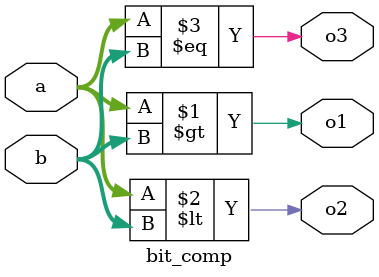
<source format=v>
module bit_comp(a, b, o1, o2, o3);
input [3:0] a, b;
output o1, o2, o3;

assign o1 = (a > b);
assign o2 = (a < b);
assign o3 = (a == b);

endmodule
</source>
